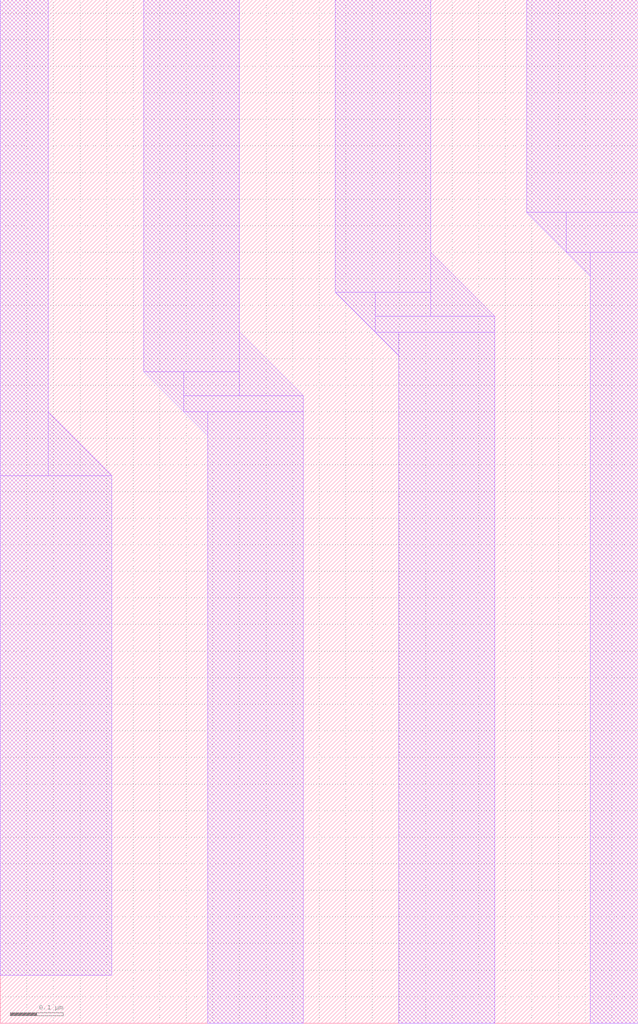
<source format=lef>
# Copyright 2020 The SkyWater PDK Authors
#
# Licensed under the Apache License, Version 2.0 (the "License");
# you may not use this file except in compliance with the License.
# You may obtain a copy of the License at
#
#     https://www.apache.org/licenses/LICENSE-2.0
#
# Unless required by applicable law or agreed to in writing, software
# distributed under the License is distributed on an "AS IS" BASIS,
# WITHOUT WARRANTIES OR CONDITIONS OF ANY KIND, either express or implied.
# See the License for the specific language governing permissions and
# limitations under the License.
#
# SPDX-License-Identifier: Apache-2.0

VERSION 5.7 ;
  NOWIREEXTENSIONATPIN ON ;
  DIVIDERCHAR "/" ;
  BUSBITCHARS "[]" ;
MACRO sky130_fd_bd_sram__sram_dp_colend_half_met1_optc
  CLASS BLOCK ;
  FOREIGN sky130_fd_bd_sram__sram_dp_colend_half_met1_optc ;
  ORIGIN  0.000000  0.000000 ;
  SIZE  1.200000 BY  1.925000 ;
  OBS
    LAYER met1 ;
      POLYGON 0.090000 1.150000 0.210000 1.030000 0.090000 1.030000 ;
      POLYGON 0.270000 1.225000 0.345000 1.225000 0.345000 1.150000 ;
      POLYGON 0.345000 1.150000 0.390000 1.150000 0.390000 1.105000 ;
      POLYGON 0.450000 1.300000 0.570000 1.180000 0.450000 1.180000 ;
      POLYGON 0.630000 1.375000 0.705000 1.375000 0.705000 1.300000 ;
      POLYGON 0.705000 1.300000 0.750000 1.300000 0.750000 1.255000 ;
      POLYGON 0.810000 1.450000 0.930000 1.330000 0.810000 1.330000 ;
      POLYGON 0.990000 1.525000 1.065000 1.525000 1.065000 1.450000 ;
      POLYGON 1.065000 1.450000 1.110000 1.450000 1.110000 1.405000 ;
      RECT 0.000000 0.090000 0.210000 1.030000 ;
      RECT 0.000000 1.030000 0.090000 1.925000 ;
      RECT 0.270000 1.225000 0.450000 1.925000 ;
      RECT 0.345000 1.150000 0.570000 1.180000 ;
      RECT 0.345000 1.180000 0.450000 1.225000 ;
      RECT 0.390000 0.000000 0.570000 1.150000 ;
      RECT 0.630000 1.375000 0.810000 1.925000 ;
      RECT 0.705000 1.300000 0.930000 1.330000 ;
      RECT 0.705000 1.330000 0.810000 1.375000 ;
      RECT 0.750000 0.000000 0.930000 1.300000 ;
      RECT 0.990000 1.525000 1.200000 1.925000 ;
      RECT 1.065000 1.450000 1.200000 1.525000 ;
      RECT 1.110000 0.000000 1.200000 1.450000 ;
  END
END sky130_fd_bd_sram__sram_dp_colend_half_met1_optc
END LIBRARY

</source>
